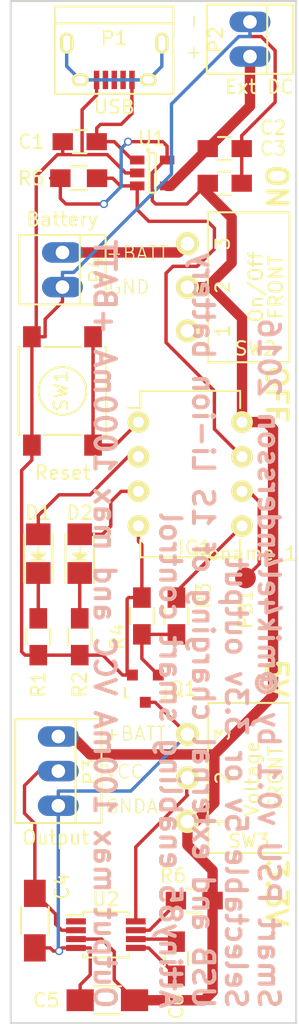
<source format=kicad_pcb>
(kicad_pcb (version 20171130) (host pcbnew "(5.1.12)-1")

  (general
    (thickness 1.6)
    (drawings 16)
    (tracks 201)
    (zones 0)
    (modules 26)
    (nets 22)
  )

  (page A4)
  (layers
    (0 F.Cu signal)
    (31 B.Cu signal)
    (32 B.Adhes user hide)
    (33 F.Adhes user hide)
    (34 B.Paste user)
    (35 F.Paste user)
    (36 B.SilkS user)
    (37 F.SilkS user)
    (38 B.Mask user)
    (39 F.Mask user)
    (40 Dwgs.User user)
    (41 Cmts.User user)
    (42 Eco1.User user)
    (43 Eco2.User user)
    (44 Edge.Cuts user)
    (45 Margin user)
    (46 B.CrtYd user)
    (47 F.CrtYd user)
    (48 B.Fab user)
    (49 F.Fab user)
  )

  (setup
    (last_trace_width 0.25)
    (user_trace_width 0.762)
    (trace_clearance 0.2)
    (zone_clearance 0.508)
    (zone_45_only no)
    (trace_min 0.2)
    (via_size 0.6)
    (via_drill 0.4)
    (via_min_size 0.4)
    (via_min_drill 0.3)
    (uvia_size 0.3)
    (uvia_drill 0.1)
    (uvias_allowed no)
    (uvia_min_size 0.2)
    (uvia_min_drill 0.1)
    (edge_width 0.15)
    (segment_width 0.2)
    (pcb_text_width 0.3)
    (pcb_text_size 1.5 1.5)
    (mod_edge_width 0.15)
    (mod_text_size 1 1)
    (mod_text_width 0.15)
    (pad_size 0.8001 0.8001)
    (pad_drill 0)
    (pad_to_mask_clearance 0.0762)
    (aux_axis_origin 0 0)
    (grid_origin 92 131)
    (visible_elements 7FFFFFFF)
    (pcbplotparams
      (layerselection 0x010f0_80000001)
      (usegerberextensions true)
      (usegerberattributes true)
      (usegerberadvancedattributes true)
      (creategerberjobfile true)
      (excludeedgelayer true)
      (linewidth 0.100000)
      (plotframeref false)
      (viasonmask false)
      (mode 1)
      (useauxorigin false)
      (hpglpennumber 1)
      (hpglpenspeed 20)
      (hpglpendiameter 15.000000)
      (psnegative false)
      (psa4output false)
      (plotreference true)
      (plotvalue true)
      (plotinvisibletext false)
      (padsonsilk false)
      (subtractmaskfromsilk true)
      (outputformat 1)
      (mirror false)
      (drillshape 0)
      (scaleselection 1)
      (outputdirectory "export/"))
  )

  (net 0 "")
  (net 1 GND)
  (net 2 "Net-(C1-Pad2)")
  (net 3 "Net-(C2-Pad1)")
  (net 4 VCC)
  (net 5 GNDA)
  (net 6 "Net-(C6-Pad1)")
  (net 7 "Net-(C6-Pad2)")
  (net 8 "Net-(D1-Pad2)")
  (net 9 "Net-(D1-Pad1)")
  (net 10 "Net-(D2-Pad2)")
  (net 11 "Net-(D2-Pad1)")
  (net 12 "Net-(IC1-Pad1)")
  (net 13 "Net-(IC1-Pad5)")
  (net 14 "Net-(IC1-Pad6)")
  (net 15 "Net-(IC1-Pad7)")
  (net 16 "Net-(P1-Pad6)")
  (net 17 "Net-(Q1-Pad2)")
  (net 18 "Net-(R6-Pad1)")
  (net 19 "Net-(SW3-Pad2)")
  (net 20 +BATT)
  (net 21 "Net-(P4-Pad1)")

  (net_class Default "This is the default net class."
    (clearance 0.2)
    (trace_width 0.25)
    (via_dia 0.6)
    (via_drill 0.4)
    (uvia_dia 0.3)
    (uvia_drill 0.1)
    (add_net +BATT)
    (add_net GND)
    (add_net GNDA)
    (add_net "Net-(C1-Pad2)")
    (add_net "Net-(C2-Pad1)")
    (add_net "Net-(C6-Pad1)")
    (add_net "Net-(C6-Pad2)")
    (add_net "Net-(D1-Pad1)")
    (add_net "Net-(D1-Pad2)")
    (add_net "Net-(D2-Pad1)")
    (add_net "Net-(D2-Pad2)")
    (add_net "Net-(IC1-Pad1)")
    (add_net "Net-(IC1-Pad5)")
    (add_net "Net-(IC1-Pad6)")
    (add_net "Net-(IC1-Pad7)")
    (add_net "Net-(P1-Pad6)")
    (add_net "Net-(P4-Pad1)")
    (add_net "Net-(Q1-Pad2)")
    (add_net "Net-(R6-Pad1)")
    (add_net "Net-(SW3-Pad2)")
    (add_net VCC)
  )

  (module Capacitors_SMD:C_0805_HandSoldering (layer F.Cu) (tedit 569F50CF) (tstamp 569E48D6)
    (at 65.076 24.32)
    (descr "Capacitor SMD 0805, hand soldering")
    (tags "capacitor 0805")
    (path /569BA550)
    (attr smd)
    (fp_text reference C1 (at -3.556 0) (layer F.SilkS)
      (effects (font (size 1 1) (thickness 0.15)))
    )
    (fp_text value "" (at 0 2.1) (layer F.Fab)
      (effects (font (size 1 1) (thickness 0.15)))
    )
    (fp_line (start -0.5 0.85) (end 0.5 0.85) (layer F.SilkS) (width 0.15))
    (fp_line (start 0.5 -0.85) (end -0.5 -0.85) (layer F.SilkS) (width 0.15))
    (fp_line (start 2.3 -1) (end 2.3 1) (layer F.CrtYd) (width 0.05))
    (fp_line (start -2.3 -1) (end -2.3 1) (layer F.CrtYd) (width 0.05))
    (fp_line (start -2.3 1) (end 2.3 1) (layer F.CrtYd) (width 0.05))
    (fp_line (start -2.3 -1) (end 2.3 -1) (layer F.CrtYd) (width 0.05))
    (pad 1 smd rect (at -1.25 0) (size 1.5 1.25) (layers F.Cu F.Paste F.Mask)
      (net 1 GND))
    (pad 2 smd rect (at 1.25 0) (size 1.5 1.25) (layers F.Cu F.Paste F.Mask)
      (net 2 "Net-(C1-Pad2)"))
    (model Capacitors_SMD.3dshapes/C_0805_HandSoldering.wrl
      (at (xyz 0 0 0))
      (scale (xyz 1 1 1))
      (rotate (xyz 0 0 0))
    )
  )

  (module Capacitors_SMD:C_0805_HandSoldering (layer F.Cu) (tedit 56A09B7E) (tstamp 569E48DC)
    (at 75.744 24.828)
    (descr "Capacitor SMD 0805, hand soldering")
    (tags "capacitor 0805")
    (path /569BA552)
    (attr smd)
    (fp_text reference C2 (at 3.556 -1.524) (layer F.SilkS)
      (effects (font (size 1 1) (thickness 0.15)))
    )
    (fp_text value "" (at 0 3) (layer F.Fab)
      (effects (font (size 1 1) (thickness 0.15)))
    )
    (fp_line (start -0.5 0.85) (end 0.5 0.85) (layer F.SilkS) (width 0.15))
    (fp_line (start 0.5 -0.85) (end -0.5 -0.85) (layer F.SilkS) (width 0.15))
    (fp_line (start 2.3 -1) (end 2.3 1) (layer F.CrtYd) (width 0.05))
    (fp_line (start -2.3 -1) (end -2.3 1) (layer F.CrtYd) (width 0.05))
    (fp_line (start -2.3 1) (end 2.3 1) (layer F.CrtYd) (width 0.05))
    (fp_line (start -2.3 -1) (end 2.3 -1) (layer F.CrtYd) (width 0.05))
    (pad 1 smd rect (at -1.25 0) (size 1.5 1.25) (layers F.Cu F.Paste F.Mask)
      (net 3 "Net-(C2-Pad1)"))
    (pad 2 smd rect (at 1.25 0) (size 1.5 1.25) (layers F.Cu F.Paste F.Mask)
      (net 1 GND))
    (model Capacitors_SMD.3dshapes/C_0805_HandSoldering.wrl
      (at (xyz 0 0 0))
      (scale (xyz 1 1 1))
      (rotate (xyz 0 0 0))
    )
  )

  (module Capacitors_SMD:C_0805_HandSoldering (layer F.Cu) (tedit 56A09BC4) (tstamp 569E48E2)
    (at 75.744 27.368)
    (descr "Capacitor SMD 0805, hand soldering")
    (tags "capacitor 0805")
    (path /569BA551)
    (attr smd)
    (fp_text reference C3 (at 3.556 -2.54) (layer F.SilkS)
      (effects (font (size 1 1) (thickness 0.15)))
    )
    (fp_text value "" (at -2 -2) (layer F.Fab)
      (effects (font (size 1 1) (thickness 0.15)))
    )
    (fp_line (start -0.5 0.85) (end 0.5 0.85) (layer F.SilkS) (width 0.15))
    (fp_line (start 0.5 -0.85) (end -0.5 -0.85) (layer F.SilkS) (width 0.15))
    (fp_line (start 2.3 -1) (end 2.3 1) (layer F.CrtYd) (width 0.05))
    (fp_line (start -2.3 -1) (end -2.3 1) (layer F.CrtYd) (width 0.05))
    (fp_line (start -2.3 1) (end 2.3 1) (layer F.CrtYd) (width 0.05))
    (fp_line (start -2.3 -1) (end 2.3 -1) (layer F.CrtYd) (width 0.05))
    (pad 1 smd rect (at -1.25 0) (size 1.5 1.25) (layers F.Cu F.Paste F.Mask)
      (net 20 +BATT))
    (pad 2 smd rect (at 1.25 0) (size 1.5 1.25) (layers F.Cu F.Paste F.Mask)
      (net 1 GND))
    (model Capacitors_SMD.3dshapes/C_0805_HandSoldering.wrl
      (at (xyz 0 0 0))
      (scale (xyz 1 1 1))
      (rotate (xyz 0 0 0))
    )
  )

  (module Capacitors_SMD:C_1206_HandSoldering (layer F.Cu) (tedit 569F4F63) (tstamp 569E48E8)
    (at 61.774 81.47 270)
    (descr "Capacitor SMD 1206, hand soldering")
    (tags "capacitor 1206")
    (path /569BAA4E)
    (attr smd)
    (fp_text reference C4 (at -2.5 -2 270) (layer F.SilkS)
      (effects (font (size 1 1) (thickness 0.15)))
    )
    (fp_text value "" (at 0 2.3 270) (layer F.Fab)
      (effects (font (size 1 1) (thickness 0.15)))
    )
    (fp_line (start -1 1.025) (end 1 1.025) (layer F.SilkS) (width 0.15))
    (fp_line (start 1 -1.025) (end -1 -1.025) (layer F.SilkS) (width 0.15))
    (fp_line (start 3.3 -1.15) (end 3.3 1.15) (layer F.CrtYd) (width 0.05))
    (fp_line (start -3.3 -1.15) (end -3.3 1.15) (layer F.CrtYd) (width 0.05))
    (fp_line (start -3.3 1.15) (end 3.3 1.15) (layer F.CrtYd) (width 0.05))
    (fp_line (start -3.3 -1.15) (end 3.3 -1.15) (layer F.CrtYd) (width 0.05))
    (pad 1 smd rect (at -2 0 270) (size 2 1.6) (layers F.Cu F.Paste F.Mask)
      (net 4 VCC))
    (pad 2 smd rect (at 2 0 270) (size 2 1.6) (layers F.Cu F.Paste F.Mask)
      (net 5 GNDA))
    (model Capacitors_SMD.3dshapes/C_1206_HandSoldering.wrl
      (at (xyz 0 0 0))
      (scale (xyz 1 1 1))
      (rotate (xyz 0 0 0))
    )
  )

  (module Capacitors_SMD:C_1206_HandSoldering (layer F.Cu) (tedit 569F4F35) (tstamp 569E48EE)
    (at 67.108 87.312 180)
    (descr "Capacitor SMD 1206, hand soldering")
    (tags "capacitor 1206")
    (path /569BAA48)
    (attr smd)
    (fp_text reference C5 (at 4.5 0 180) (layer F.SilkS)
      (effects (font (size 1 1) (thickness 0.15)))
    )
    (fp_text value "" (at 6 0 180) (layer F.Fab)
      (effects (font (size 1 1) (thickness 0.15)))
    )
    (fp_line (start -1 1.025) (end 1 1.025) (layer F.SilkS) (width 0.15))
    (fp_line (start 1 -1.025) (end -1 -1.025) (layer F.SilkS) (width 0.15))
    (fp_line (start 3.3 -1.15) (end 3.3 1.15) (layer F.CrtYd) (width 0.05))
    (fp_line (start -3.3 -1.15) (end -3.3 1.15) (layer F.CrtYd) (width 0.05))
    (fp_line (start -3.3 1.15) (end 3.3 1.15) (layer F.CrtYd) (width 0.05))
    (fp_line (start -3.3 -1.15) (end 3.3 -1.15) (layer F.CrtYd) (width 0.05))
    (pad 1 smd rect (at -2 0 180) (size 2 1.6) (layers F.Cu F.Paste F.Mask)
      (net 20 +BATT))
    (pad 2 smd rect (at 2 0 180) (size 2 1.6) (layers F.Cu F.Paste F.Mask)
      (net 5 GNDA))
    (model Capacitors_SMD.3dshapes/C_1206_HandSoldering.wrl
      (at (xyz 0 0 0))
      (scale (xyz 1 1 1))
      (rotate (xyz 0 0 0))
    )
  )

  (module Capacitors_SMD:C_0805_HandSoldering (layer F.Cu) (tedit 569F4F55) (tstamp 569E48F4)
    (at 72.188 84.264 270)
    (descr "Capacitor SMD 0805, hand soldering")
    (tags "capacitor 0805")
    (path /569BAA4A)
    (attr smd)
    (fp_text reference C6 (at 3.5 0 270) (layer F.SilkS)
      (effects (font (size 1 1) (thickness 0.15)))
    )
    (fp_text value "" (at 4 0 270) (layer F.Fab)
      (effects (font (size 1 1) (thickness 0.15)))
    )
    (fp_line (start -0.5 0.85) (end 0.5 0.85) (layer F.SilkS) (width 0.15))
    (fp_line (start 0.5 -0.85) (end -0.5 -0.85) (layer F.SilkS) (width 0.15))
    (fp_line (start 2.3 -1) (end 2.3 1) (layer F.CrtYd) (width 0.05))
    (fp_line (start -2.3 -1) (end -2.3 1) (layer F.CrtYd) (width 0.05))
    (fp_line (start -2.3 1) (end 2.3 1) (layer F.CrtYd) (width 0.05))
    (fp_line (start -2.3 -1) (end 2.3 -1) (layer F.CrtYd) (width 0.05))
    (pad 1 smd rect (at -1.25 0 270) (size 1.5 1.25) (layers F.Cu F.Paste F.Mask)
      (net 6 "Net-(C6-Pad1)"))
    (pad 2 smd rect (at 1.25 0 270) (size 1.5 1.25) (layers F.Cu F.Paste F.Mask)
      (net 7 "Net-(C6-Pad2)"))
    (model Capacitors_SMD.3dshapes/C_0805_HandSoldering.wrl
      (at (xyz 0 0 0))
      (scale (xyz 1 1 1))
      (rotate (xyz 0 0 0))
    )
  )

  (module LEDs:LED_1206 (layer F.Cu) (tedit 569F4C13) (tstamp 569E48FA)
    (at 62.028 54.546 90)
    (descr "LED 1206 smd package")
    (tags "LED1206 SMD")
    (path /569BAC6B)
    (attr smd)
    (fp_text reference D1 (at 3 0 180) (layer F.SilkS)
      (effects (font (size 1 1) (thickness 0.15)))
    )
    (fp_text value "" (at 0 2 90) (layer F.Fab)
      (effects (font (size 1 1) (thickness 0.15)))
    )
    (fp_line (start 2.5 1.25) (end 2.5 -1.25) (layer F.CrtYd) (width 0.05))
    (fp_line (start -2.5 1.25) (end 2.5 1.25) (layer F.CrtYd) (width 0.05))
    (fp_line (start -2.5 -1.25) (end -2.5 1.25) (layer F.CrtYd) (width 0.05))
    (fp_line (start 2.5 -1.25) (end -2.5 -1.25) (layer F.CrtYd) (width 0.05))
    (fp_line (start 0 0.5) (end -0.5 0) (layer F.SilkS) (width 0.15))
    (fp_line (start 0 -0.5) (end 0 0.5) (layer F.SilkS) (width 0.15))
    (fp_line (start -0.5 0) (end 0 -0.5) (layer F.SilkS) (width 0.15))
    (fp_line (start 0 0) (end 0.5 0) (layer F.SilkS) (width 0.15))
    (fp_line (start -0.5 -0.5) (end -0.5 0.5) (layer F.SilkS) (width 0.15))
    (fp_line (start -0.2 0.05) (end -0.25 0) (layer F.SilkS) (width 0.15))
    (fp_line (start -0.2 -0.2) (end -0.2 0.05) (layer F.SilkS) (width 0.15))
    (fp_line (start -0.4 0) (end -0.2 -0.2) (layer F.SilkS) (width 0.15))
    (fp_line (start -0.1 0.3) (end -0.4 0) (layer F.SilkS) (width 0.15))
    (fp_line (start -0.1 -0.3) (end -0.1 0.3) (layer F.SilkS) (width 0.15))
    (fp_line (start -2.15 -1.05) (end 1.45 -1.05) (layer F.SilkS) (width 0.15))
    (fp_line (start -2.15 1.05) (end 1.45 1.05) (layer F.SilkS) (width 0.15))
    (pad 2 smd rect (at 1.41986 0 270) (size 1.59766 1.80086) (layers F.Cu F.Paste F.Mask)
      (net 8 "Net-(D1-Pad2)"))
    (pad 1 smd rect (at -1.41986 0 270) (size 1.59766 1.80086) (layers F.Cu F.Paste F.Mask)
      (net 9 "Net-(D1-Pad1)"))
    (model LEDs.3dshapes/LED_1206.wrl
      (at (xyz 0 0 0))
      (scale (xyz 1 1 1))
      (rotate (xyz 0 0 180))
    )
  )

  (module LEDs:LED_1206 (layer F.Cu) (tedit 569F4C0E) (tstamp 0)
    (at 65.076 54.546 90)
    (descr "LED 1206 smd package")
    (tags "LED1206 SMD")
    (path /569BAC6C)
    (attr smd)
    (fp_text reference D2 (at 3 0 180) (layer F.SilkS)
      (effects (font (size 1 1) (thickness 0.15)))
    )
    (fp_text value "" (at 0 2 90) (layer F.Fab)
      (effects (font (size 1 1) (thickness 0.15)))
    )
    (fp_line (start 2.5 1.25) (end 2.5 -1.25) (layer F.CrtYd) (width 0.05))
    (fp_line (start -2.5 1.25) (end 2.5 1.25) (layer F.CrtYd) (width 0.05))
    (fp_line (start -2.5 -1.25) (end -2.5 1.25) (layer F.CrtYd) (width 0.05))
    (fp_line (start 2.5 -1.25) (end -2.5 -1.25) (layer F.CrtYd) (width 0.05))
    (fp_line (start 0 0.5) (end -0.5 0) (layer F.SilkS) (width 0.15))
    (fp_line (start 0 -0.5) (end 0 0.5) (layer F.SilkS) (width 0.15))
    (fp_line (start -0.5 0) (end 0 -0.5) (layer F.SilkS) (width 0.15))
    (fp_line (start 0 0) (end 0.5 0) (layer F.SilkS) (width 0.15))
    (fp_line (start -0.5 -0.5) (end -0.5 0.5) (layer F.SilkS) (width 0.15))
    (fp_line (start -0.2 0.05) (end -0.25 0) (layer F.SilkS) (width 0.15))
    (fp_line (start -0.2 -0.2) (end -0.2 0.05) (layer F.SilkS) (width 0.15))
    (fp_line (start -0.4 0) (end -0.2 -0.2) (layer F.SilkS) (width 0.15))
    (fp_line (start -0.1 0.3) (end -0.4 0) (layer F.SilkS) (width 0.15))
    (fp_line (start -0.1 -0.3) (end -0.1 0.3) (layer F.SilkS) (width 0.15))
    (fp_line (start -2.15 -1.05) (end 1.45 -1.05) (layer F.SilkS) (width 0.15))
    (fp_line (start -2.15 1.05) (end 1.45 1.05) (layer F.SilkS) (width 0.15))
    (pad 2 smd rect (at 1.41986 0 270) (size 1.59766 1.80086) (layers F.Cu F.Paste F.Mask)
      (net 10 "Net-(D2-Pad2)"))
    (pad 1 smd rect (at -1.41986 0 270) (size 1.59766 1.80086) (layers F.Cu F.Paste F.Mask)
      (net 11 "Net-(D2-Pad1)"))
    (model LEDs.3dshapes/LED_1206.wrl
      (at (xyz 0 0 0))
      (scale (xyz 1 1 1))
      (rotate (xyz 0 0 180))
    )
  )

  (module Housings_DIP:DIP-8_W7.62mm (layer F.Cu) (tedit 56A09D68) (tstamp 569E490C)
    (at 69.394 44.894)
    (descr "8-lead dip package, row spacing 7.62 mm (300 mils)")
    (tags "dil dip 2.54 300")
    (path /569BAC68)
    (fp_text reference IC1 (at 4.132619 9.215) (layer F.SilkS)
      (effects (font (size 1 1) (thickness 0.15)))
    )
    (fp_text value "" (at 4.132619 3.215 90) (layer F.Fab)
      (effects (font (size 1 1) (thickness 0.15)))
    )
    (fp_line (start 0.135 -1.025) (end -0.8 -1.025) (layer F.SilkS) (width 0.15))
    (fp_line (start 0.135 9.915) (end 7.485 9.915) (layer F.SilkS) (width 0.15))
    (fp_line (start 0.135 -2.295) (end 7.485 -2.295) (layer F.SilkS) (width 0.15))
    (fp_line (start 0.135 9.915) (end 0.135 8.645) (layer F.SilkS) (width 0.15))
    (fp_line (start 7.485 9.915) (end 7.485 8.645) (layer F.SilkS) (width 0.15))
    (fp_line (start 7.485 -2.295) (end 7.485 -1.025) (layer F.SilkS) (width 0.15))
    (fp_line (start 0.135 -2.295) (end 0.135 -1.025) (layer F.SilkS) (width 0.15))
    (fp_line (start -1.05 10.1) (end 8.65 10.1) (layer F.CrtYd) (width 0.05))
    (fp_line (start -1.05 -2.45) (end 8.65 -2.45) (layer F.CrtYd) (width 0.05))
    (fp_line (start 8.65 -2.45) (end 8.65 10.1) (layer F.CrtYd) (width 0.05))
    (fp_line (start -1.05 -2.45) (end -1.05 10.1) (layer F.CrtYd) (width 0.05))
    (pad 1 thru_hole oval (at 0 0) (size 1.6 1.6) (drill 0.8) (layers *.Cu *.Mask F.SilkS)
      (net 12 "Net-(IC1-Pad1)"))
    (pad 2 thru_hole oval (at 0 2.54) (size 1.6 1.6) (drill 0.8) (layers *.Cu *.Mask F.SilkS)
      (net 8 "Net-(D1-Pad2)"))
    (pad 3 thru_hole oval (at 0 5.08) (size 1.6 1.6) (drill 0.8) (layers *.Cu *.Mask F.SilkS)
      (net 10 "Net-(D2-Pad2)"))
    (pad 4 thru_hole oval (at 0 7.62) (size 1.6 1.6) (drill 0.8) (layers *.Cu *.Mask F.SilkS)
      (net 1 GND))
    (pad 5 thru_hole oval (at 7.62 7.62) (size 1.6 1.6) (drill 0.8) (layers *.Cu *.Mask F.SilkS)
      (net 13 "Net-(IC1-Pad5)"))
    (pad 6 thru_hole oval (at 7.62 5.08) (size 1.6 1.6) (drill 0.8) (layers *.Cu *.Mask F.SilkS)
      (net 14 "Net-(IC1-Pad6)"))
    (pad 7 thru_hole oval (at 7.62 2.54) (size 1.6 1.6) (drill 0.8) (layers *.Cu *.Mask F.SilkS)
      (net 15 "Net-(IC1-Pad7)"))
    (pad 8 thru_hole oval (at 7.62 0) (size 1.6 1.6) (drill 0.8) (layers *.Cu *.Mask F.SilkS)
      (net 20 +BATT))
    (model Housings_DIP.3dshapes/DIP-8_W7.62mm.wrl
      (at (xyz 0 0 0))
      (scale (xyz 1 1 1))
      (rotate (xyz 0 0 0))
    )
  )

  (module Connect:USB_Micro-B (layer F.Cu) (tedit 56A09D29) (tstamp 0)
    (at 67.616 18.224 180)
    (descr "Micro USB Type B Receptacle")
    (tags "USB USB_B USB_micro USB_OTG")
    (path /569BE3F7)
    (attr smd)
    (fp_text reference P1 (at 0 1.5 180) (layer F.SilkS)
      (effects (font (size 1 1) (thickness 0.15)))
    )
    (fp_text value USB (at 0 -3.556 180) (layer F.SilkS)
      (effects (font (size 1 1) (thickness 0.15)))
    )
    (fp_line (start -4.3509 3.81746) (end -4.3509 -2.58754) (layer F.SilkS) (width 0.15))
    (fp_line (start 4.3491 2.58746) (end -4.3509 2.58746) (layer F.SilkS) (width 0.15))
    (fp_line (start 4.3491 -2.58754) (end 4.3491 3.81746) (layer F.SilkS) (width 0.15))
    (fp_line (start -4.3509 -2.58754) (end 4.3491 -2.58754) (layer F.SilkS) (width 0.15))
    (fp_line (start -4.3509 3.81746) (end 4.3491 3.81746) (layer F.SilkS) (width 0.15))
    (fp_line (start -4.6 4.05) (end -4.6 -2.8) (layer F.CrtYd) (width 0.05))
    (fp_line (start 4.6 4.05) (end -4.6 4.05) (layer F.CrtYd) (width 0.05))
    (fp_line (start 4.6 -2.8) (end 4.6 4.05) (layer F.CrtYd) (width 0.05))
    (fp_line (start -4.6 -2.8) (end 4.6 -2.8) (layer F.CrtYd) (width 0.05))
    (pad 1 smd rect (at -1.3009 -1.56254 270) (size 1.35 0.4) (layers F.Cu F.Paste F.Mask)
      (net 2 "Net-(C1-Pad2)"))
    (pad 2 smd rect (at -0.6509 -1.56254 270) (size 1.35 0.4) (layers F.Cu F.Paste F.Mask))
    (pad 3 smd rect (at -0.0009 -1.56254 270) (size 1.35 0.4) (layers F.Cu F.Paste F.Mask))
    (pad 4 smd rect (at 0.6491 -1.56254 270) (size 1.35 0.4) (layers F.Cu F.Paste F.Mask))
    (pad 5 smd rect (at 1.2991 -1.56254 270) (size 1.35 0.4) (layers F.Cu F.Paste F.Mask)
      (net 1 GND))
    (pad 6 thru_hole oval (at -2.5009 -1.56254 270) (size 0.95 1.25) (drill oval 0.55 0.85) (layers *.Cu *.Mask F.SilkS)
      (net 16 "Net-(P1-Pad6)"))
    (pad 6 thru_hole oval (at 2.4991 -1.56254 270) (size 0.95 1.25) (drill oval 0.55 0.85) (layers *.Cu *.Mask F.SilkS)
      (net 16 "Net-(P1-Pad6)"))
    (pad 6 thru_hole oval (at -3.5009 1.13746 270) (size 1.55 1) (drill oval 1.15 0.5) (layers *.Cu *.Mask F.SilkS)
      (net 16 "Net-(P1-Pad6)"))
    (pad 6 thru_hole oval (at 3.4991 1.13746 270) (size 1.55 1) (drill oval 1.15 0.5) (layers *.Cu *.Mask F.SilkS)
      (net 16 "Net-(P1-Pad6)"))
  )

  (module Connect:PINHEAD1-2 (layer F.Cu) (tedit 56A0AAF9) (tstamp 569E491F)
    (at 77.6 16.8 270)
    (path /569BE366)
    (attr virtual)
    (fp_text reference P2 (at 0.03 2.502 90) (layer F.SilkS)
      (effects (font (size 1 1) (thickness 0.15)))
    )
    (fp_text value "Ext DC" (at 3.5 -0.7 180) (layer F.SilkS)
      (effects (font (size 1 1) (thickness 0.15)))
    )
    (fp_line (start 2.54 -3.175) (end 2.54 3.175) (layer F.SilkS) (width 0.15))
    (fp_line (start -2.54 -3.175) (end -2.54 3.175) (layer F.SilkS) (width 0.15))
    (fp_line (start -2.54 -3.175) (end 2.54 -3.175) (layer F.SilkS) (width 0.15))
    (fp_line (start 2.54 3.175) (end -2.54 3.175) (layer F.SilkS) (width 0.15))
    (fp_line (start 2.54 -1.27) (end -2.54 -1.27) (layer F.SilkS) (width 0.15))
    (pad 1 thru_hole oval (at -1.27 0 270) (size 1.50622 3.01498) (drill 0.99822) (layers *.Cu *.Mask)
      (net 1 GND))
    (pad 2 thru_hole oval (at 1.27 0 270) (size 1.50622 3.01498) (drill 0.99822) (layers *.Cu *.Mask)
      (net 3 "Net-(C2-Pad1)"))
  )

  (module Connect:PINHEAD1-2 (layer F.Cu) (tedit 56A0AA7A) (tstamp 569E492B)
    (at 63.806 33.718 270)
    (path /569E11A8)
    (attr virtual)
    (fp_text reference P4 (at 0 -2.5 270) (layer F.SilkS)
      (effects (font (size 1 1) (thickness 0.15)))
    )
    (fp_text value Battery (at -3.698 0.016) (layer F.SilkS)
      (effects (font (size 1 1) (thickness 0.15)))
    )
    (fp_line (start 2.54 -3.175) (end 2.54 3.175) (layer F.SilkS) (width 0.15))
    (fp_line (start -2.54 -3.175) (end -2.54 3.175) (layer F.SilkS) (width 0.15))
    (fp_line (start -2.54 -3.175) (end 2.54 -3.175) (layer F.SilkS) (width 0.15))
    (fp_line (start 2.54 3.175) (end -2.54 3.175) (layer F.SilkS) (width 0.15))
    (fp_line (start 2.54 -1.27) (end -2.54 -1.27) (layer F.SilkS) (width 0.15))
    (pad 1 thru_hole oval (at -1.27 0 270) (size 1.50622 3.01498) (drill 0.99822) (layers *.Cu *.Mask)
      (net 21 "Net-(P4-Pad1)"))
    (pad 2 thru_hole oval (at 1.27 0 270) (size 1.50622 3.01498) (drill 0.99822) (layers *.Cu *.Mask)
      (net 1 GND))
  )

  (module TO_SOT_Packages_SMD:SOT-23 (layer F.Cu) (tedit 56A0A3D6) (tstamp 0)
    (at 69.902 64.452 180)
    (descr "SOT-23, Standard")
    (tags SOT-23)
    (path /569BAC73)
    (attr smd)
    (fp_text reference Q1 (at -2.794 0 180) (layer F.SilkS)
      (effects (font (size 1 1) (thickness 0.15)))
    )
    (fp_text value "" (at 0 2.3 180) (layer F.Fab)
      (effects (font (size 1 1) (thickness 0.15)))
    )
    (fp_line (start 1.49982 -0.65024) (end 1.49982 0.0508) (layer F.SilkS) (width 0.15))
    (fp_line (start 1.29916 -0.65024) (end 1.49982 -0.65024) (layer F.SilkS) (width 0.15))
    (fp_line (start -1.49982 -0.65024) (end -1.2509 -0.65024) (layer F.SilkS) (width 0.15))
    (fp_line (start -1.49982 0.0508) (end -1.49982 -0.65024) (layer F.SilkS) (width 0.15))
    (fp_line (start 1.29916 -0.65024) (end 1.2509 -0.65024) (layer F.SilkS) (width 0.15))
    (fp_line (start -1.65 1.6) (end -1.65 -1.6) (layer F.CrtYd) (width 0.05))
    (fp_line (start 1.65 1.6) (end -1.65 1.6) (layer F.CrtYd) (width 0.05))
    (fp_line (start 1.65 -1.6) (end 1.65 1.6) (layer F.CrtYd) (width 0.05))
    (fp_line (start -1.65 -1.6) (end 1.65 -1.6) (layer F.CrtYd) (width 0.05))
    (pad 2 smd rect (at -0.95 1.00076 180) (size 0.8001 0.8001) (layers F.Cu F.Paste F.Mask)
      (net 17 "Net-(Q1-Pad2)"))
    (pad 3 smd rect (at 0.95 1.00076 180) (size 0.8001 0.8001) (layers F.Cu F.Paste F.Mask)
      (net 1 GND))
    (pad 1 smd rect (at 0 -0.99822 180) (size 0.8001 0.8001) (layers F.Cu F.Paste F.Mask)
      (net 5 GNDA))
    (model TO_SOT_Packages_SMD.3dshapes/SOT-23.wrl
      (at (xyz 0 0 0))
      (scale (xyz 1 1 1))
      (rotate (xyz 0 0 0))
    )
  )

  (module Resistors_SMD:R_0805_HandSoldering (layer F.Cu) (tedit 569F5051) (tstamp 0)
    (at 62.028 60.642 270)
    (descr "Resistor SMD 0805, hand soldering")
    (tags "resistor 0805")
    (path /569BAC6D)
    (attr smd)
    (fp_text reference R1 (at 3.5 0 270) (layer F.SilkS)
      (effects (font (size 1 1) (thickness 0.15)))
    )
    (fp_text value "" (at 0 2.1 270) (layer F.Fab)
      (effects (font (size 1 1) (thickness 0.15)))
    )
    (fp_line (start -0.6 -0.875) (end 0.6 -0.875) (layer F.SilkS) (width 0.15))
    (fp_line (start 0.6 0.875) (end -0.6 0.875) (layer F.SilkS) (width 0.15))
    (fp_line (start 2.4 -1) (end 2.4 1) (layer F.CrtYd) (width 0.05))
    (fp_line (start -2.4 -1) (end -2.4 1) (layer F.CrtYd) (width 0.05))
    (fp_line (start -2.4 1) (end 2.4 1) (layer F.CrtYd) (width 0.05))
    (fp_line (start -2.4 -1) (end 2.4 -1) (layer F.CrtYd) (width 0.05))
    (pad 1 smd rect (at -1.35 0 270) (size 1.5 1.3) (layers F.Cu F.Paste F.Mask)
      (net 9 "Net-(D1-Pad1)"))
    (pad 2 smd rect (at 1.35 0 270) (size 1.5 1.3) (layers F.Cu F.Paste F.Mask)
      (net 1 GND))
    (model Resistors_SMD.3dshapes/R_0805_HandSoldering.wrl
      (at (xyz 0 0 0))
      (scale (xyz 1 1 1))
      (rotate (xyz 0 0 0))
    )
  )

  (module Resistors_SMD:R_0805_HandSoldering (layer F.Cu) (tedit 569F5054) (tstamp 569E493E)
    (at 65.076 60.642 270)
    (descr "Resistor SMD 0805, hand soldering")
    (tags "resistor 0805")
    (path /569BAC6E)
    (attr smd)
    (fp_text reference R2 (at 3.5 0 270) (layer F.SilkS)
      (effects (font (size 1 1) (thickness 0.15)))
    )
    (fp_text value "" (at 0 2.1 270) (layer F.Fab)
      (effects (font (size 1 1) (thickness 0.15)))
    )
    (fp_line (start -0.6 -0.875) (end 0.6 -0.875) (layer F.SilkS) (width 0.15))
    (fp_line (start 0.6 0.875) (end -0.6 0.875) (layer F.SilkS) (width 0.15))
    (fp_line (start 2.4 -1) (end 2.4 1) (layer F.CrtYd) (width 0.05))
    (fp_line (start -2.4 -1) (end -2.4 1) (layer F.CrtYd) (width 0.05))
    (fp_line (start -2.4 1) (end 2.4 1) (layer F.CrtYd) (width 0.05))
    (fp_line (start -2.4 -1) (end 2.4 -1) (layer F.CrtYd) (width 0.05))
    (pad 1 smd rect (at -1.35 0 270) (size 1.5 1.3) (layers F.Cu F.Paste F.Mask)
      (net 11 "Net-(D2-Pad1)"))
    (pad 2 smd rect (at 1.35 0 270) (size 1.5 1.3) (layers F.Cu F.Paste F.Mask)
      (net 1 GND))
    (model Resistors_SMD.3dshapes/R_0805_HandSoldering.wrl
      (at (xyz 0 0 0))
      (scale (xyz 1 1 1))
      (rotate (xyz 0 0 0))
    )
  )

  (module Resistors_SMD:R_0805_HandSoldering (layer F.Cu) (tedit 569F53B1) (tstamp 0)
    (at 72.188 59.118 90)
    (descr "Resistor SMD 0805, hand soldering")
    (tags "resistor 0805")
    (path /569BAC75)
    (attr smd)
    (fp_text reference R3 (at 1.5 2 90) (layer F.SilkS)
      (effects (font (size 1 1) (thickness 0.15)))
    )
    (fp_text value "" (at -1.5 2 90) (layer F.Fab)
      (effects (font (size 1 1) (thickness 0.15)))
    )
    (fp_line (start -0.6 -0.875) (end 0.6 -0.875) (layer F.SilkS) (width 0.15))
    (fp_line (start 0.6 0.875) (end -0.6 0.875) (layer F.SilkS) (width 0.15))
    (fp_line (start 2.4 -1) (end 2.4 1) (layer F.CrtYd) (width 0.05))
    (fp_line (start -2.4 -1) (end -2.4 1) (layer F.CrtYd) (width 0.05))
    (fp_line (start -2.4 1) (end 2.4 1) (layer F.CrtYd) (width 0.05))
    (fp_line (start -2.4 -1) (end 2.4 -1) (layer F.CrtYd) (width 0.05))
    (pad 1 smd rect (at -1.35 0 90) (size 1.5 1.3) (layers F.Cu F.Paste F.Mask)
      (net 17 "Net-(Q1-Pad2)"))
    (pad 2 smd rect (at 1.35 0 90) (size 1.5 1.3) (layers F.Cu F.Paste F.Mask)
      (net 13 "Net-(IC1-Pad5)"))
    (model Resistors_SMD.3dshapes/R_0805_HandSoldering.wrl
      (at (xyz 0 0 0))
      (scale (xyz 1 1 1))
      (rotate (xyz 0 0 0))
    )
  )

  (module Resistors_SMD:R_0805_HandSoldering (layer F.Cu) (tedit 569F5400) (tstamp 569E494A)
    (at 69.648 59.118 90)
    (descr "Resistor SMD 0805, hand soldering")
    (tags "resistor 0805")
    (path /569BAC76)
    (attr smd)
    (fp_text reference R4 (at -1.524 -1.778 90) (layer F.SilkS)
      (effects (font (size 1 1) (thickness 0.15)))
    )
    (fp_text value "" (at 1.5 -2 90) (layer F.Fab)
      (effects (font (size 1 1) (thickness 0.15)))
    )
    (fp_line (start -0.6 -0.875) (end 0.6 -0.875) (layer F.SilkS) (width 0.15))
    (fp_line (start 0.6 0.875) (end -0.6 0.875) (layer F.SilkS) (width 0.15))
    (fp_line (start 2.4 -1) (end 2.4 1) (layer F.CrtYd) (width 0.05))
    (fp_line (start -2.4 -1) (end -2.4 1) (layer F.CrtYd) (width 0.05))
    (fp_line (start -2.4 1) (end 2.4 1) (layer F.CrtYd) (width 0.05))
    (fp_line (start -2.4 -1) (end 2.4 -1) (layer F.CrtYd) (width 0.05))
    (pad 1 smd rect (at -1.35 0 90) (size 1.5 1.3) (layers F.Cu F.Paste F.Mask)
      (net 17 "Net-(Q1-Pad2)"))
    (pad 2 smd rect (at 1.35 0 90) (size 1.5 1.3) (layers F.Cu F.Paste F.Mask)
      (net 1 GND))
    (model Resistors_SMD.3dshapes/R_0805_HandSoldering.wrl
      (at (xyz 0 0 0))
      (scale (xyz 1 1 1))
      (rotate (xyz 0 0 0))
    )
  )

  (module Resistors_SMD:R_0805_HandSoldering (layer F.Cu) (tedit 569F4D3B) (tstamp 0)
    (at 65 27 180)
    (descr "Resistor SMD 0805, hand soldering")
    (tags "resistor 0805")
    (path /569BA54F)
    (attr smd)
    (fp_text reference R5 (at 3.5 0 180) (layer F.SilkS)
      (effects (font (size 1 1) (thickness 0.15)))
    )
    (fp_text value "" (at 0 2.1 180) (layer F.Fab)
      (effects (font (size 1 1) (thickness 0.15)))
    )
    (fp_line (start -0.6 -0.875) (end 0.6 -0.875) (layer F.SilkS) (width 0.15))
    (fp_line (start 0.6 0.875) (end -0.6 0.875) (layer F.SilkS) (width 0.15))
    (fp_line (start 2.4 -1) (end 2.4 1) (layer F.CrtYd) (width 0.05))
    (fp_line (start -2.4 -1) (end -2.4 1) (layer F.CrtYd) (width 0.05))
    (fp_line (start -2.4 1) (end 2.4 1) (layer F.CrtYd) (width 0.05))
    (fp_line (start -2.4 -1) (end 2.4 -1) (layer F.CrtYd) (width 0.05))
    (pad 1 smd rect (at -1.35 0 180) (size 1.5 1.3) (layers F.Cu F.Paste F.Mask)
      (net 15 "Net-(IC1-Pad7)"))
    (pad 2 smd rect (at 1.35 0 180) (size 1.5 1.3) (layers F.Cu F.Paste F.Mask)
      (net 20 +BATT))
    (model Resistors_SMD.3dshapes/R_0805_HandSoldering.wrl
      (at (xyz 0 0 0))
      (scale (xyz 1 1 1))
      (rotate (xyz 0 0 0))
    )
  )

  (module Resistors_SMD:R_0805_HandSoldering (layer F.Cu) (tedit 56A09A53) (tstamp 0)
    (at 73.5 80)
    (descr "Resistor SMD 0805, hand soldering")
    (tags "resistor 0805")
    (path /569BAA51)
    (attr smd)
    (fp_text reference R6 (at -1.566 -1.832) (layer F.SilkS)
      (effects (font (size 1 1) (thickness 0.15)))
    )
    (fp_text value "" (at 0 2.1) (layer F.Fab)
      (effects (font (size 1 1) (thickness 0.15)))
    )
    (fp_line (start -0.6 -0.875) (end 0.6 -0.875) (layer F.SilkS) (width 0.15))
    (fp_line (start 0.6 0.875) (end -0.6 0.875) (layer F.SilkS) (width 0.15))
    (fp_line (start 2.4 -1) (end 2.4 1) (layer F.CrtYd) (width 0.05))
    (fp_line (start -2.4 -1) (end -2.4 1) (layer F.CrtYd) (width 0.05))
    (fp_line (start -2.4 1) (end 2.4 1) (layer F.CrtYd) (width 0.05))
    (fp_line (start -2.4 -1) (end 2.4 -1) (layer F.CrtYd) (width 0.05))
    (pad 1 smd rect (at -1.35 0) (size 1.5 1.3) (layers F.Cu F.Paste F.Mask)
      (net 18 "Net-(R6-Pad1)"))
    (pad 2 smd rect (at 1.35 0) (size 1.5 1.3) (layers F.Cu F.Paste F.Mask)
      (net 20 +BATT))
    (model Resistors_SMD.3dshapes/R_0805_HandSoldering.wrl
      (at (xyz 0 0 0))
      (scale (xyz 1 1 1))
      (rotate (xyz 0 0 0))
    )
  )

  (module spdt_slide_switch:spdt_slide_switch_angled (layer F.Cu) (tedit 56A09B9C) (tstamp 0)
    (at 73 35 90)
    (path /569E1A5A)
    (fp_text reference SW2 (at -4.5 5 180) (layer F.SilkS)
      (effects (font (size 1 1) (thickness 0.15)))
    )
    (fp_text value On/Off (at 0.012 5.03 90) (layer F.SilkS)
      (effects (font (size 1 1) (thickness 0.15)))
    )
    (fp_line (start 5.5 1.5) (end 0 1.5) (layer F.SilkS) (width 0.15))
    (fp_line (start 0 1.5) (end 5.5 1.5) (layer F.SilkS) (width 0.15))
    (fp_line (start -5.5 1.5) (end 0 1.5) (layer F.SilkS) (width 0.15))
    (fp_line (start 0 1.5) (end -5.5 1.5) (layer F.SilkS) (width 0.15))
    (fp_line (start -5.5 1.5) (end -5.5 6.5) (layer F.SilkS) (width 0.15))
    (fp_line (start -5.5 6.5) (end -5.5 1.5) (layer F.SilkS) (width 0.15))
    (fp_line (start -5.5 1.5) (end -5.5 6.5) (layer F.SilkS) (width 0.15))
    (fp_line (start 5.5 1.5) (end 5.5 6.5) (layer F.SilkS) (width 0.15))
    (fp_line (start 5.5 6.5) (end 5.5 1.5) (layer F.SilkS) (width 0.15))
    (fp_line (start 5.5 1.5) (end 5.5 6.5) (layer F.SilkS) (width 0.15))
    (fp_line (start -5.5 7.5) (end -5.5 6.5) (layer F.SilkS) (width 0.15))
    (fp_line (start -5.5 6.5) (end -5.5 7.5) (layer F.SilkS) (width 0.15))
    (fp_line (start 5.5 6.5) (end 5.5 7.5) (layer F.SilkS) (width 0.15))
    (fp_line (start 5.5 7.5) (end 5.5 6.5) (layer F.SilkS) (width 0.15))
    (fp_line (start -5.5 7.5) (end 5.5 7.5) (layer F.SilkS) (width 0.15))
    (fp_text user FRONT (at 0 6.5 90) (layer F.SilkS)
      (effects (font (size 1 1) (thickness 0.15)))
    )
    (fp_text user 3 (at 3.2 2.6 90) (layer F.SilkS)
      (effects (font (size 1 1) (thickness 0.15)))
    )
    (fp_text user 2 (at 0 2.6 90) (layer F.SilkS)
      (effects (font (size 1 1) (thickness 0.15)))
    )
    (fp_text user 1 (at -3.2 2.6 90) (layer F.SilkS)
      (effects (font (size 1 1) (thickness 0.15)))
    )
    (pad 1 thru_hole circle (at -3.2 0 90) (size 1.7 1.7) (drill 1) (layers *.Cu *.Mask F.SilkS))
    (pad 2 thru_hole circle (at 0 0 90) (size 1.7 1.7) (drill 1) (layers *.Cu *.Mask F.SilkS)
      (net 20 +BATT))
    (pad 3 thru_hole circle (at 3.2 0 90) (size 1.7 1.7) (drill 1) (layers *.Cu *.Mask F.SilkS)
      (net 21 "Net-(P4-Pad1)"))
  )

  (module spdt_slide_switch:spdt_slide_switch_angled (layer F.Cu) (tedit 56A09B58) (tstamp 569E496C)
    (at 73 71 90)
    (path /569BCBC5)
    (fp_text reference SW3 (at -4.628 4.522 180) (layer F.SilkS)
      (effects (font (size 1 1) (thickness 0.15)))
    )
    (fp_text value Voltage (at -0.056 4.776 90) (layer F.SilkS)
      (effects (font (size 1 1) (thickness 0.15)))
    )
    (fp_line (start 5.5 1.5) (end 0 1.5) (layer F.SilkS) (width 0.15))
    (fp_line (start 0 1.5) (end 5.5 1.5) (layer F.SilkS) (width 0.15))
    (fp_line (start -5.5 1.5) (end 0 1.5) (layer F.SilkS) (width 0.15))
    (fp_line (start 0 1.5) (end -5.5 1.5) (layer F.SilkS) (width 0.15))
    (fp_line (start -5.5 1.5) (end -5.5 6.5) (layer F.SilkS) (width 0.15))
    (fp_line (start -5.5 6.5) (end -5.5 1.5) (layer F.SilkS) (width 0.15))
    (fp_line (start -5.5 1.5) (end -5.5 6.5) (layer F.SilkS) (width 0.15))
    (fp_line (start 5.5 1.5) (end 5.5 6.5) (layer F.SilkS) (width 0.15))
    (fp_line (start 5.5 6.5) (end 5.5 1.5) (layer F.SilkS) (width 0.15))
    (fp_line (start 5.5 1.5) (end 5.5 6.5) (layer F.SilkS) (width 0.15))
    (fp_line (start -5.5 7.5) (end -5.5 6.5) (layer F.SilkS) (width 0.15))
    (fp_line (start -5.5 6.5) (end -5.5 7.5) (layer F.SilkS) (width 0.15))
    (fp_line (start 5.5 6.5) (end 5.5 7.5) (layer F.SilkS) (width 0.15))
    (fp_line (start 5.5 7.5) (end 5.5 6.5) (layer F.SilkS) (width 0.15))
    (fp_line (start -5.5 7.5) (end 5.5 7.5) (layer F.SilkS) (width 0.15))
    (fp_text user FRONT (at 0 6.5 90) (layer F.SilkS)
      (effects (font (size 1 1) (thickness 0.15)))
    )
    (fp_text user 3 (at 3.2 2.6 90) (layer F.SilkS)
      (effects (font (size 1 1) (thickness 0.15)))
    )
    (fp_text user 2 (at 0 2.6 90) (layer F.SilkS)
      (effects (font (size 1 1) (thickness 0.15)))
    )
    (fp_text user 1 (at -3.2 2.6 90) (layer F.SilkS)
      (effects (font (size 1 1) (thickness 0.15)))
    )
    (pad 1 thru_hole circle (at -3.2 0 90) (size 1.7 1.7) (drill 1) (layers *.Cu *.Mask F.SilkS)
      (net 20 +BATT))
    (pad 2 thru_hole circle (at 0 0 90) (size 1.7 1.7) (drill 1) (layers *.Cu *.Mask F.SilkS)
      (net 19 "Net-(SW3-Pad2)"))
    (pad 3 thru_hole circle (at 3.2 0 90) (size 1.7 1.7) (drill 1) (layers *.Cu *.Mask F.SilkS)
      (net 5 GNDA))
  )

  (module TO_SOT_Packages_SMD:SOT-23-5 (layer F.Cu) (tedit 56A09D31) (tstamp 0)
    (at 70.406 26.615)
    (descr "5-pin SOT23 package")
    (tags SOT-23-5)
    (path /569BA542)
    (attr smd)
    (fp_text reference U1 (at -0.05 -2.55) (layer F.SilkS)
      (effects (font (size 1 1) (thickness 0.15)))
    )
    (fp_text value "" (at -0.05 2.35) (layer F.Fab)
      (effects (font (size 1 1) (thickness 0.15)))
    )
    (fp_circle (center -0.3 -1.7) (end -0.2 -1.7) (layer F.SilkS) (width 0.15))
    (fp_line (start -0.25 -1.45) (end -0.25 1.45) (layer F.SilkS) (width 0.15))
    (fp_line (start -0.25 1.45) (end 0.25 1.45) (layer F.SilkS) (width 0.15))
    (fp_line (start 0.25 1.45) (end 0.25 -1.45) (layer F.SilkS) (width 0.15))
    (fp_line (start 0.25 -1.45) (end -0.25 -1.45) (layer F.SilkS) (width 0.15))
    (fp_line (start -1.8 1.6) (end -1.8 -1.6) (layer F.CrtYd) (width 0.05))
    (fp_line (start 1.8 1.6) (end -1.8 1.6) (layer F.CrtYd) (width 0.05))
    (fp_line (start 1.8 -1.6) (end 1.8 1.6) (layer F.CrtYd) (width 0.05))
    (fp_line (start -1.8 -1.6) (end 1.8 -1.6) (layer F.CrtYd) (width 0.05))
    (pad 1 smd rect (at -1.1 -0.95) (size 1.06 0.65) (layers F.Cu F.Paste F.Mask)
      (net 2 "Net-(C1-Pad2)"))
    (pad 2 smd rect (at -1.1 0) (size 1.06 0.65) (layers F.Cu F.Paste F.Mask)
      (net 1 GND))
    (pad 3 smd rect (at -1.1 0.95) (size 1.06 0.65) (layers F.Cu F.Paste F.Mask)
      (net 15 "Net-(IC1-Pad7)"))
    (pad 4 smd rect (at 1.1 0.95) (size 1.06 0.65) (layers F.Cu F.Paste F.Mask)
      (net 3 "Net-(C2-Pad1)"))
    (pad 5 smd rect (at 1.1 -0.95) (size 1.06 0.65) (layers F.Cu F.Paste F.Mask)
      (net 20 +BATT))
    (model TO_SOT_Packages_SMD.3dshapes/SOT-23-5.wrl
      (at (xyz 0 0 0))
      (scale (xyz 1 1 1))
      (rotate (xyz 0 0 0))
    )
  )

  (module Housings_SSOP:MSOP-8_3x3mm_Pitch0.65mm (layer F.Cu) (tedit 56A09B39) (tstamp 0)
    (at 67 82.5)
    (descr "8-Lead Plastic Micro Small Outline Package (MS) [MSOP] (see Microchip Packaging Specification 00000049BS.pdf)")
    (tags "SSOP 0.65")
    (path /569BAA44)
    (attr smd)
    (fp_text reference U2 (at 0 -2.6) (layer F.SilkS)
      (effects (font (size 1 1) (thickness 0.15)))
    )
    (fp_text value "" (at 0 2.6) (layer F.Fab)
      (effects (font (size 1 1) (thickness 0.15)))
    )
    (fp_line (start -1.675 -1.425) (end -2.925 -1.425) (layer F.SilkS) (width 0.15))
    (fp_line (start -1.675 1.675) (end 1.675 1.675) (layer F.SilkS) (width 0.15))
    (fp_line (start -1.675 -1.675) (end 1.675 -1.675) (layer F.SilkS) (width 0.15))
    (fp_line (start -1.675 1.675) (end -1.675 1.425) (layer F.SilkS) (width 0.15))
    (fp_line (start 1.675 1.675) (end 1.675 1.425) (layer F.SilkS) (width 0.15))
    (fp_line (start 1.675 -1.675) (end 1.675 -1.425) (layer F.SilkS) (width 0.15))
    (fp_line (start -1.675 -1.675) (end -1.675 -1.425) (layer F.SilkS) (width 0.15))
    (fp_line (start -3.2 1.85) (end 3.2 1.85) (layer F.CrtYd) (width 0.05))
    (fp_line (start -3.2 -1.85) (end 3.2 -1.85) (layer F.CrtYd) (width 0.05))
    (fp_line (start 3.2 -1.85) (end 3.2 1.85) (layer F.CrtYd) (width 0.05))
    (fp_line (start -3.2 -1.85) (end -3.2 1.85) (layer F.CrtYd) (width 0.05))
    (pad 1 smd rect (at -2.2 -0.975) (size 1.45 0.45) (layers F.Cu F.Paste F.Mask))
    (pad 2 smd rect (at -2.2 -0.325) (size 1.45 0.45) (layers F.Cu F.Paste F.Mask)
      (net 4 VCC))
    (pad 3 smd rect (at -2.2 0.325) (size 1.45 0.45) (layers F.Cu F.Paste F.Mask)
      (net 20 +BATT))
    (pad 4 smd rect (at -2.2 0.975) (size 1.45 0.45) (layers F.Cu F.Paste F.Mask)
      (net 5 GNDA))
    (pad 5 smd rect (at 2.2 0.975) (size 1.45 0.45) (layers F.Cu F.Paste F.Mask)
      (net 7 "Net-(C6-Pad2)"))
    (pad 6 smd rect (at 2.2 0.325) (size 1.45 0.45) (layers F.Cu F.Paste F.Mask)
      (net 6 "Net-(C6-Pad1)"))
    (pad 7 smd rect (at 2.2 -0.325) (size 1.45 0.45) (layers F.Cu F.Paste F.Mask)
      (net 18 "Net-(R6-Pad1)"))
    (pad 8 smd rect (at 2.2 -0.975) (size 1.45 0.45) (layers F.Cu F.Paste F.Mask)
      (net 19 "Net-(SW3-Pad2)"))
    (model Housings_SSOP.3dshapes/MSOP-8_3x3mm_Pitch0.65mm.wrl
      (at (xyz 0 0 0))
      (scale (xyz 1 1 1))
      (rotate (xyz 0 0 0))
    )
  )

  (module Measurement_Points:Measurement_Point_Round-SMD-Pad_Small (layer F.Cu) (tedit 56A09B4A) (tstamp 0)
    (at 77.268 56.324)
    (descr "Mesurement Point, Round, SMD Pad, DM 1.5mm,")
    (tags "Mesurement Point, Round, SMD Pad, DM 1.5mm,")
    (path /569DF752)
    (fp_text reference Noname_1 (at 0 -1.8) (layer F.SilkS)
      (effects (font (size 1 1) (thickness 0.15)))
    )
    (fp_text value PB1 (at 0 2.286 90) (layer F.SilkS)
      (effects (font (size 1 1) (thickness 0.15)))
    )
    (pad 1 smd circle (at 0 0) (size 1.524 1.524) (layers F.Cu F.Paste F.Mask)
      (net 14 "Net-(IC1-Pad6)"))
  )

  (module Connect:PINHEAD1-3 (layer F.Cu) (tedit 56A09D74) (tstamp 569F4AE3)
    (at 63.5 70.5 270)
    (path /569F4976)
    (attr virtual)
    (fp_text reference P3 (at 0.048 -2.338 270) (layer F.SilkS)
      (effects (font (size 1 1) (thickness 0.15)))
    )
    (fp_text value Output (at 4.874 0.202 180) (layer F.SilkS)
      (effects (font (size 1 1) (thickness 0.15)))
    )
    (fp_line (start 3.81 3.175) (end -3.81 3.175) (layer F.SilkS) (width 0.15))
    (fp_line (start -3.81 -3.175) (end 3.81 -3.175) (layer F.SilkS) (width 0.15))
    (fp_line (start 3.81 -1.27) (end -3.81 -1.27) (layer F.SilkS) (width 0.15))
    (fp_line (start 3.81 -3.175) (end 3.81 3.175) (layer F.SilkS) (width 0.15))
    (fp_line (start -3.81 -3.175) (end -3.81 3.175) (layer F.SilkS) (width 0.15))
    (pad 1 thru_hole oval (at -2.54 0 270) (size 1.50622 3.01498) (drill 0.99822) (layers *.Cu *.Mask)
      (net 20 +BATT))
    (pad 2 thru_hole oval (at 0 0 270) (size 1.50622 3.01498) (drill 0.99822) (layers *.Cu *.Mask)
      (net 4 VCC))
    (pad 3 thru_hole oval (at 2.54 0 270) (size 1.50622 3.01498) (drill 0.99822) (layers *.Cu *.Mask)
      (net 5 GNDA))
  )

  (module Buttons_Switches_SMD:SW_SPST_PTS645 (layer F.Cu) (tedit 56A1479C) (tstamp 569F4AE9)
    (at 63.806 42.608 90)
    (descr "C&K Components SPST SMD PTS645 Series 6mm Tact Switch")
    (tags "SPST Button Switch")
    (path /569E23B0)
    (fp_text reference SW1 (at 0.008 -0.106 90) (layer F.SilkS)
      (effects (font (size 1 1) (thickness 0.15)))
    )
    (fp_text value Reset (at -6 0 180) (layer F.SilkS)
      (effects (font (size 1 1) (thickness 0.15)))
    )
    (fp_line (start -3.225 3.225) (end 3.225 3.225) (layer F.SilkS) (width 0.15))
    (fp_line (start -3.225 -1.4) (end -3.225 1.4) (layer F.SilkS) (width 0.15))
    (fp_line (start -3.225 -3.225) (end 3.225 -3.225) (layer F.SilkS) (width 0.15))
    (fp_line (start 3.225 -1.4) (end 3.225 1.4) (layer F.SilkS) (width 0.15))
    (fp_line (start -3.225 -3.1) (end -3.225 -3.225) (layer F.SilkS) (width 0.15))
    (fp_line (start -3.225 3.225) (end -3.225 3.1) (layer F.SilkS) (width 0.15))
    (fp_line (start 3.225 3.225) (end 3.225 3.1) (layer F.SilkS) (width 0.15))
    (fp_line (start 3.225 -3.225) (end 3.225 -3.1) (layer F.SilkS) (width 0.15))
    (fp_line (start -5.05 -3.4) (end 5.05 -3.4) (layer F.CrtYd) (width 0.05))
    (fp_line (start -5.05 3.4) (end 5.05 3.4) (layer F.CrtYd) (width 0.05))
    (fp_line (start -5.05 -3.4) (end -5.05 3.4) (layer F.CrtYd) (width 0.05))
    (fp_line (start 5.05 3.4) (end 5.05 -3.4) (layer F.CrtYd) (width 0.05))
    (fp_circle (center 0 0) (end 1.75 -0.05) (layer F.SilkS) (width 0.15))
    (pad 2 smd rect (at -3.975 2.25 90) (size 1.55 1.3) (layers F.Cu F.Paste F.Mask)
      (net 12 "Net-(IC1-Pad1)"))
    (pad 1 smd rect (at -3.975 -2.25 90) (size 1.55 1.3) (layers F.Cu F.Paste F.Mask)
      (net 1 GND))
    (pad 1 smd rect (at 3.975 -2.25 90) (size 1.55 1.3) (layers F.Cu F.Paste F.Mask)
      (net 1 GND))
    (pad 2 smd rect (at 3.975 2.25 90) (size 1.55 1.3) (layers F.Cu F.Paste F.Mask)
      (net 12 "Net-(IC1-Pad1)"))
  )

  (gr_text + (at 73.4 17.8 90) (layer F.SilkS)
    (effects (font (size 1 1) (thickness 0.1)))
  )
  (gr_text - (at 73.4 15.5 90) (layer F.SilkS)
    (effects (font (size 1 1) (thickness 0.1)))
  )
  (gr_text GND (at 68.7 35) (layer F.SilkS)
    (effects (font (size 1 1) (thickness 0.1)))
  )
  (gr_text +BATT (at 69.3 32.5) (layer F.SilkS)
    (effects (font (size 1 1) (thickness 0.1)))
  )
  (gr_text OFF (at 79.554 42.862 270) (layer F.SilkS)
    (effects (font (size 1.5 1.5) (thickness 0.3)))
  )
  (gr_text ON (at 79.554 27.622 270) (layer F.SilkS)
    (effects (font (size 1.5 1.5) (thickness 0.3)))
  )
  (gr_text 3.3V (at 79.554 79.438 270) (layer F.SilkS)
    (effects (font (size 1.5 1.5) (thickness 0.3)))
  )
  (gr_text 5V (at 79.554 63.69 270) (layer F.SilkS)
    (effects (font (size 1.5 1.5) (thickness 0.3)))
  )
  (gr_text "Smart PSU v0.1 by @mik4el4ndersson 2016\nSelectable 5v or 3.3v output\nUSB and external charging of 1S Li-ion battery\nAttiny85 enabling smart control\n\nOutput max 100mA VCC and max 1000mA +BATT" (at 72.95 88.074 270) (layer B.SilkS)
    (effects (font (size 1.5 1.5) (thickness 0.3)) (justify left mirror))
  )
  (gr_text GNDA (at 68.886 73.088) (layer F.SilkS)
    (effects (font (size 1 1) (thickness 0.1)))
  )
  (gr_text VCC (at 68.378 70.548) (layer F.SilkS)
    (effects (font (size 1 1) (thickness 0.1)))
  )
  (gr_text +BATT (at 69.14 67.754) (layer F.SilkS)
    (effects (font (size 1 1) (thickness 0.1)))
  )
  (gr_line (start 81 14) (end 60 14) (angle 90) (layer Edge.Cuts) (width 0.15))
  (gr_line (start 81 89) (end 81 14) (angle 90) (layer Edge.Cuts) (width 0.15))
  (gr_line (start 60 89) (end 81 89) (angle 90) (layer Edge.Cuts) (width 0.15))
  (gr_line (start 60 14) (end 60 89) (angle 90) (layer Edge.Cuts) (width 0.15))

  (segment (start 63.806 34.988) (end 63.806 33.9098) (width 0.25) (layer B.Cu) (net 1))
  (segment (start 77.6 15.53) (end 77.6 16.6082) (width 0.25) (layer B.Cu) (net 1))
  (segment (start 77.6 16.6082) (end 76.7745 16.6082) (width 0.25) (layer B.Cu) (net 1))
  (segment (start 76.7745 16.6082) (end 71.8248 21.5579) (width 0.25) (layer B.Cu) (net 1))
  (segment (start 71.8248 21.5579) (end 71.8248 26.7165) (width 0.25) (layer B.Cu) (net 1))
  (segment (start 71.8248 26.7165) (end 64.6315 33.9098) (width 0.25) (layer B.Cu) (net 1))
  (segment (start 64.6315 33.9098) (end 63.806 33.9098) (width 0.25) (layer B.Cu) (net 1))
  (segment (start 76.994 27.368) (end 76.994 24.828) (width 0.25) (layer F.Cu) (net 1))
  (segment (start 61.8773 38.633) (end 61.8773 26.8328) (width 0.25) (layer F.Cu) (net 1))
  (segment (start 61.8773 26.8328) (end 63.44 25.2701) (width 0.25) (layer F.Cu) (net 1))
  (segment (start 63.44 25.2701) (end 63.826 25.2701) (width 0.25) (layer F.Cu) (net 1))
  (segment (start 61.8773 38.633) (end 62.5311 38.633) (width 0.25) (layer F.Cu) (net 1))
  (segment (start 61.556 38.633) (end 61.8773 38.633) (width 0.25) (layer F.Cu) (net 1))
  (segment (start 65.2508 25.2701) (end 63.826 25.2701) (width 0.25) (layer F.Cu) (net 1))
  (segment (start 68.4509 26.615) (end 67.106 25.2701) (width 0.25) (layer F.Cu) (net 1))
  (segment (start 67.106 25.2701) (end 65.2508 25.2701) (width 0.25) (layer F.Cu) (net 1))
  (segment (start 66.3169 19.7865) (end 66.3169 20.9121) (width 0.25) (layer F.Cu) (net 1))
  (segment (start 66.3169 20.9121) (end 65.2508 21.9782) (width 0.25) (layer F.Cu) (net 1))
  (segment (start 65.2508 21.9782) (end 65.2508 25.2701) (width 0.25) (layer F.Cu) (net 1))
  (segment (start 76.994 24.828) (end 76.994 23.8779) (width 0.25) (layer F.Cu) (net 1))
  (segment (start 77.6 15.53) (end 77.6 16.6082) (width 0.25) (layer F.Cu) (net 1))
  (segment (start 77.6 16.6082) (end 78.4255 16.6082) (width 0.25) (layer F.Cu) (net 1))
  (segment (start 78.4255 16.6082) (end 79.453 17.6357) (width 0.25) (layer F.Cu) (net 1))
  (segment (start 79.453 17.6357) (end 79.453 21.4189) (width 0.25) (layer F.Cu) (net 1))
  (segment (start 79.453 21.4189) (end 76.994 23.8779) (width 0.25) (layer F.Cu) (net 1))
  (segment (start 62.028 61.992) (end 61.0529 61.992) (width 0.25) (layer F.Cu) (net 1))
  (segment (start 61.556 46.583) (end 61.556 47.6831) (width 0.25) (layer F.Cu) (net 1))
  (segment (start 61.556 47.6831) (end 60.8024 48.4367) (width 0.25) (layer F.Cu) (net 1))
  (segment (start 60.8024 48.4367) (end 60.8024 61.7415) (width 0.25) (layer F.Cu) (net 1))
  (segment (start 60.8024 61.7415) (end 61.0529 61.992) (width 0.25) (layer F.Cu) (net 1))
  (segment (start 61.556 38.633) (end 61.556 46.583) (width 0.25) (layer F.Cu) (net 1))
  (segment (start 69.648 57.768) (end 68.6729 57.768) (width 0.25) (layer F.Cu) (net 1))
  (segment (start 68.5624 63.4512) (end 68.5624 57.8785) (width 0.25) (layer F.Cu) (net 1))
  (segment (start 68.5624 57.8785) (end 68.6729 57.768) (width 0.25) (layer F.Cu) (net 1))
  (segment (start 68.5624 63.4512) (end 68.2268 63.4512) (width 0.25) (layer F.Cu) (net 1))
  (segment (start 68.952 63.4512) (end 68.5624 63.4512) (width 0.25) (layer F.Cu) (net 1))
  (segment (start 65.076 61.992) (end 66.7676 61.992) (width 0.25) (layer F.Cu) (net 1))
  (segment (start 66.7676 61.992) (end 68.2268 63.4512) (width 0.25) (layer F.Cu) (net 1))
  (segment (start 62.028 61.992) (end 65.076 61.992) (width 0.25) (layer F.Cu) (net 1))
  (segment (start 69.394 52.514) (end 69.394 53.6391) (width 0.25) (layer F.Cu) (net 1))
  (segment (start 69.648 57.768) (end 69.648 53.8931) (width 0.25) (layer F.Cu) (net 1))
  (segment (start 69.648 53.8931) (end 69.394 53.6391) (width 0.25) (layer F.Cu) (net 1))
  (segment (start 63.826 24.32) (end 63.826 25.2701) (width 0.25) (layer F.Cu) (net 1))
  (segment (start 69.306 26.615) (end 68.4509 26.615) (width 0.25) (layer F.Cu) (net 1))
  (segment (start 63.806 34.988) (end 63.806 36.0662) (width 0.25) (layer F.Cu) (net 1))
  (segment (start 62.5311 38.633) (end 62.5311 37.3411) (width 0.25) (layer F.Cu) (net 1))
  (segment (start 62.5311 37.3411) (end 63.806 36.0662) (width 0.25) (layer F.Cu) (net 1))
  (segment (start 66.326 24.32) (end 67.616 24.32) (width 0.25) (layer F.Cu) (net 2))
  (segment (start 67.616 24.32) (end 68.961 25.665) (width 0.25) (layer F.Cu) (net 2))
  (segment (start 68.961 25.665) (end 69.306 25.665) (width 0.25) (layer F.Cu) (net 2))
  (segment (start 66.1229 24.1169) (end 66.326 24.32) (width 0.25) (layer F.Cu) (net 2))
  (segment (start 66.326 24.32) (end 66.326 23.324) (width 0.25) (layer F.Cu) (net 2))
  (segment (start 66.326 23.324) (end 66.6 23.05) (width 0.25) (layer F.Cu) (net 2))
  (segment (start 66.6 23.05) (end 68.124 23.05) (width 0.25) (layer F.Cu) (net 2))
  (segment (start 68.124 23.05) (end 68.9169 22.2571) (width 0.25) (layer F.Cu) (net 2))
  (segment (start 68.9169 22.2571) (end 68.9169 19.7865) (width 0.25) (layer F.Cu) (net 2))
  (segment (start 74.474 24.808) (end 74.474 24.848) (width 0.25) (layer F.Cu) (net 3))
  (segment (start 74.474 24.808) (end 74.494 24.828) (width 0.25) (layer F.Cu) (net 3))
  (segment (start 74.24 24.574) (end 74.474 24.808) (width 0.25) (layer F.Cu) (net 3))
  (segment (start 71.506 27.565) (end 71.757 27.565) (width 0.762) (layer F.Cu) (net 3))
  (segment (start 71.757 27.565) (end 74.474 24.848) (width 0.762) (layer F.Cu) (net 3))
  (segment (start 77.6 18.07) (end 77.6 21.722) (width 0.762) (layer F.Cu) (net 3))
  (segment (start 77.6 21.722) (end 74.494 24.828) (width 0.762) (layer F.Cu) (net 3))
  (segment (start 64.8 82.175) (end 63.749 82.175) (width 0.25) (layer F.Cu) (net 4))
  (segment (start 63.749 82.175) (end 63.298 81.724) (width 0.25) (layer F.Cu) (net 4))
  (segment (start 63.298 81.724) (end 63.298 80.994) (width 0.25) (layer F.Cu) (net 4))
  (segment (start 63.298 80.994) (end 61.774 79.47) (width 0.25) (layer F.Cu) (net 4))
  (segment (start 61.774 79.47) (end 61.774 74.358) (width 0.25) (layer F.Cu) (net 4))
  (segment (start 61.774 74.358) (end 61.012 73.596) (width 0.25) (layer F.Cu) (net 4))
  (segment (start 61.012 73.596) (end 61.012 71.564) (width 0.25) (layer F.Cu) (net 4))
  (segment (start 61.012 71.564) (end 62.076 70.5) (width 0.25) (layer F.Cu) (net 4))
  (segment (start 62.076 70.5) (end 63.5 70.5) (width 0.25) (layer F.Cu) (net 4))
  (segment (start 63.5 73.04) (end 63.5 83.6413) (width 0.25) (layer B.Cu) (net 5))
  (segment (start 63.5 83.6413) (end 63.5625 83.7038) (width 0.25) (layer B.Cu) (net 5))
  (segment (start 63.5625 83.7038) (end 63.1329 83.7038) (width 0.25) (layer F.Cu) (net 5))
  (segment (start 63.1329 83.7038) (end 62.8991 83.47) (width 0.25) (layer F.Cu) (net 5))
  (segment (start 63.7499 83.475) (end 63.7499 83.5164) (width 0.25) (layer F.Cu) (net 5))
  (segment (start 63.7499 83.5164) (end 63.5625 83.7038) (width 0.25) (layer F.Cu) (net 5))
  (segment (start 61.774 83.47) (end 62.8991 83.47) (width 0.25) (layer F.Cu) (net 5))
  (segment (start 64.8 83.475) (end 63.7499 83.475) (width 0.25) (layer F.Cu) (net 5))
  (segment (start 63.5 72.5009) (end 63.5 73.04) (width 0.25) (layer B.Cu) (net 5))
  (segment (start 63.5 72.5009) (end 63.5 71.9618) (width 0.25) (layer B.Cu) (net 5))
  (segment (start 69.902 65.4502) (end 70.6271 65.4502) (width 0.25) (layer F.Cu) (net 5))
  (segment (start 73 67.8) (end 72.9769 67.8) (width 0.25) (layer F.Cu) (net 5))
  (segment (start 72.9769 67.8) (end 70.6271 65.4502) (width 0.25) (layer F.Cu) (net 5))
  (segment (start 65.108 87.312) (end 65.108 86.1869) (width 0.25) (layer F.Cu) (net 5))
  (segment (start 64.8 83.475) (end 65.8501 83.475) (width 0.25) (layer F.Cu) (net 5))
  (segment (start 65.8501 83.475) (end 65.8501 85.4448) (width 0.25) (layer F.Cu) (net 5))
  (segment (start 65.8501 85.4448) (end 65.108 86.1869) (width 0.25) (layer F.Cu) (net 5))
  (segment (start 63.5 71.9618) (end 68.8382 71.9618) (width 0.25) (layer B.Cu) (net 5))
  (segment (start 68.8382 71.9618) (end 73 67.8) (width 0.25) (layer B.Cu) (net 5))
  (via (at 63.5625 83.7038) (size 0.6) (layers F.Cu B.Cu) (net 5))
  (segment (start 69.2 82.825) (end 71.999 82.825) (width 0.25) (layer F.Cu) (net 6))
  (segment (start 71.999 82.825) (end 72.188 83.014) (width 0.25) (layer F.Cu) (net 6))
  (segment (start 69.2 83.475) (end 70.149 83.475) (width 0.25) (layer F.Cu) (net 7))
  (segment (start 70.149 83.475) (end 72.188 85.514) (width 0.25) (layer F.Cu) (net 7))
  (segment (start 62.028 53.1261) (end 62.028 51.752) (width 0.25) (layer F.Cu) (net 8))
  (segment (start 62.028 51.752) (end 63.552 50.228) (width 0.25) (layer F.Cu) (net 8))
  (segment (start 63.552 50.228) (end 65.838 50.228) (width 0.25) (layer F.Cu) (net 8))
  (segment (start 65.838 50.228) (end 68.632 47.434) (width 0.25) (layer F.Cu) (net 8))
  (segment (start 68.632 47.434) (end 69.394 47.434) (width 0.25) (layer F.Cu) (net 8))
  (segment (start 62.028 59.292) (end 62.028 55.9659) (width 0.25) (layer F.Cu) (net 9))
  (segment (start 65.076 53.1261) (end 66.7499 53.1261) (width 0.25) (layer F.Cu) (net 10))
  (segment (start 66.7499 53.1261) (end 67.362 52.514) (width 0.25) (layer F.Cu) (net 10))
  (segment (start 67.362 52.514) (end 67.362 50.736) (width 0.25) (layer F.Cu) (net 10))
  (segment (start 67.362 50.736) (end 68.124 49.974) (width 0.25) (layer F.Cu) (net 10))
  (segment (start 68.124 49.974) (end 69.394 49.974) (width 0.25) (layer F.Cu) (net 10))
  (segment (start 65.076 59.292) (end 65.076 55.9659) (width 0.25) (layer F.Cu) (net 11))
  (segment (start 66.056 38.633) (end 66.056 46.583) (width 0.25) (layer F.Cu) (net 12))
  (segment (start 66.056 46.583) (end 67.705 46.583) (width 0.25) (layer F.Cu) (net 12))
  (segment (start 67.705 46.583) (end 69.394 44.894) (width 0.25) (layer F.Cu) (net 12))
  (segment (start 72.188 57.768) (end 72.188 57.34) (width 0.25) (layer F.Cu) (net 13))
  (segment (start 72.188 57.34) (end 77.014 52.514) (width 0.25) (layer F.Cu) (net 13))
  (segment (start 77.014 49.974) (end 77.522 49.974) (width 0.25) (layer F.Cu) (net 14))
  (segment (start 77.522 49.974) (end 78.284 50.736) (width 0.25) (layer F.Cu) (net 14))
  (segment (start 78.284 50.736) (end 78.284 55.308) (width 0.25) (layer F.Cu) (net 14))
  (segment (start 78.284 55.308) (end 77.268 56.324) (width 0.25) (layer F.Cu) (net 14))
  (segment (start 66.35 27) (end 67.502 27) (width 0.25) (layer F.Cu) (net 15))
  (segment (start 67.502 27) (end 68.067 27.565) (width 0.25) (layer F.Cu) (net 15))
  (segment (start 68.067 27.565) (end 69.306 27.565) (width 0.25) (layer F.Cu) (net 15))
  (segment (start 69.306 27.565) (end 69.306 29.312) (width 0.25) (layer F.Cu) (net 15))
  (segment (start 69.306 29.312) (end 70.156 30.162) (width 0.25) (layer F.Cu) (net 15))
  (segment (start 70.156 30.162) (end 74.474 30.162) (width 0.25) (layer F.Cu) (net 15))
  (segment (start 74.474 30.162) (end 74.982 30.67) (width 0.25) (layer F.Cu) (net 15))
  (segment (start 74.982 30.67) (end 74.982 32.194) (width 0.25) (layer F.Cu) (net 15))
  (segment (start 74.982 32.194) (end 73.712 33.464) (width 0.25) (layer F.Cu) (net 15))
  (segment (start 73.712 33.464) (end 71.934 33.464) (width 0.25) (layer F.Cu) (net 15))
  (segment (start 71.934 33.464) (end 71.426 33.972) (width 0.25) (layer F.Cu) (net 15))
  (segment (start 71.426 33.972) (end 71.426 39.052) (width 0.25) (layer F.Cu) (net 15))
  (segment (start 71.426 39.052) (end 74.982 42.608) (width 0.25) (layer F.Cu) (net 15))
  (segment (start 74.982 42.608) (end 74.982 45.402) (width 0.25) (layer F.Cu) (net 15))
  (segment (start 74.982 45.402) (end 77.014 47.434) (width 0.25) (layer F.Cu) (net 15))
  (segment (start 65.1169 19.7865) (end 64.1169 18.7865) (width 0.25) (layer B.Cu) (net 16))
  (segment (start 64.1169 18.7865) (end 64.1169 17.0865) (width 0.25) (layer B.Cu) (net 16))
  (segment (start 70.1169 19.7865) (end 65.1169 19.7865) (width 0.25) (layer B.Cu) (net 16))
  (segment (start 71.1169 17.0865) (end 71.1169 18.7865) (width 0.25) (layer B.Cu) (net 16))
  (segment (start 71.1169 18.7865) (end 70.1169 19.7865) (width 0.25) (layer B.Cu) (net 16))
  (segment (start 71.6648 60.9912) (end 72.188 60.468) (width 0.25) (layer F.Cu) (net 17))
  (segment (start 72.188 60.468) (end 69.648 60.468) (width 0.25) (layer F.Cu) (net 17))
  (segment (start 69.648 60.468) (end 69.648 62.2472) (width 0.25) (layer F.Cu) (net 17))
  (segment (start 69.648 62.2472) (end 70.852 63.4512) (width 0.25) (layer F.Cu) (net 17))
  (segment (start 69.2 82.175) (end 70.213 82.175) (width 0.25) (layer F.Cu) (net 18))
  (segment (start 70.213 82.175) (end 72.15 80.238) (width 0.25) (layer F.Cu) (net 18))
  (segment (start 72.15 80.238) (end 72.15 80) (width 0.25) (layer F.Cu) (net 18))
  (segment (start 72.947 72.323) (end 73 72.27) (width 0.25) (layer F.Cu) (net 19))
  (segment (start 69.2 81.525) (end 69.2 76.07) (width 0.25) (layer F.Cu) (net 19))
  (segment (start 69.2 76.07) (end 72.947 72.323) (width 0.25) (layer F.Cu) (net 19))
  (segment (start 72.947 72.323) (end 72.947 71.053) (width 0.25) (layer F.Cu) (net 19))
  (segment (start 72.947 71.053) (end 73 71) (width 0.25) (layer F.Cu) (net 19))
  (segment (start 74.494 28.13) (end 74.494 27.368) (width 0.25) (layer F.Cu) (net 20))
  (segment (start 74.462 35) (end 76.252 33.21) (width 0.762) (layer F.Cu) (net 20))
  (segment (start 76.252 33.21) (end 76.252 29.888) (width 0.762) (layer F.Cu) (net 20))
  (segment (start 76.252 29.888) (end 74.494 28.13) (width 0.762) (layer F.Cu) (net 20))
  (segment (start 74.494 28.13) (end 74.113 27.749) (width 0.762) (layer F.Cu) (net 20))
  (segment (start 73 35) (end 74.462 35) (width 0.762) (layer F.Cu) (net 20))
  (segment (start 73 35) (end 74.462 35) (width 0.762) (layer F.Cu) (net 20))
  (segment (start 71.506 25.665) (end 71.506 25.764) (width 0.25) (layer F.Cu) (net 20))
  (segment (start 63.65 27) (end 62.93 27) (width 0.25) (layer F.Cu) (net 20))
  (segment (start 71.506 25.665) (end 71.351 25.665) (width 0.25) (layer F.Cu) (net 20))
  (segment (start 71.351 25.665) (end 70.41 26.606) (width 0.25) (layer F.Cu) (net 20))
  (segment (start 70.41 26.606) (end 70.41 28.638) (width 0.25) (layer F.Cu) (net 20))
  (segment (start 70.41 28.638) (end 70.664 28.892) (width 0.25) (layer F.Cu) (net 20))
  (segment (start 70.664 28.892) (end 72.97 28.892) (width 0.25) (layer F.Cu) (net 20))
  (segment (start 72.97 28.892) (end 74.113 27.749) (width 0.25) (layer F.Cu) (net 20))
  (segment (start 74.462 35) (end 74.74 35) (width 0.762) (layer F.Cu) (net 20))
  (segment (start 74.74 35) (end 77.014 37.274) (width 0.762) (layer F.Cu) (net 20))
  (segment (start 77.014 37.274) (end 77.014 44.894) (width 0.762) (layer F.Cu) (net 20))
  (segment (start 77.014 44.894) (end 78.792 44.894) (width 0.762) (layer F.Cu) (net 20))
  (segment (start 78.792 44.894) (end 79.3 45.402) (width 0.762) (layer F.Cu) (net 20))
  (segment (start 79.3 45.402) (end 79.3 64.96) (width 0.762) (layer F.Cu) (net 20))
  (segment (start 79.3 64.96) (end 74.982 69.278) (width 0.762) (layer F.Cu) (net 20))
  (segment (start 73 74.2) (end 73.616 74.2) (width 0.762) (layer F.Cu) (net 20))
  (segment (start 73.616 74.2) (end 74.982 72.834) (width 0.762) (layer F.Cu) (net 20))
  (segment (start 74.982 72.834) (end 74.982 69.278) (width 0.762) (layer F.Cu) (net 20))
  (segment (start 73 74.2) (end 73 75.932) (width 0.762) (layer F.Cu) (net 20))
  (segment (start 73 75.932) (end 74.85 77.782) (width 0.762) (layer F.Cu) (net 20))
  (segment (start 74.85 77.782) (end 74.85 80) (width 0.762) (layer F.Cu) (net 20))
  (segment (start 74.85 80) (end 74.85 86.682) (width 0.762) (layer F.Cu) (net 20))
  (segment (start 74.85 86.682) (end 74.22 87.312) (width 0.762) (layer F.Cu) (net 20))
  (segment (start 74.22 87.312) (end 69.108 87.312) (width 0.762) (layer F.Cu) (net 20))
  (segment (start 64.8 82.825) (end 66.685 82.825) (width 0.25) (layer F.Cu) (net 20))
  (segment (start 66.685 82.825) (end 67.616 83.756) (width 0.25) (layer F.Cu) (net 20))
  (segment (start 67.616 83.756) (end 67.616 85.82) (width 0.25) (layer F.Cu) (net 20))
  (segment (start 67.616 85.82) (end 69.108 87.312) (width 0.25) (layer F.Cu) (net 20))
  (segment (start 68.632 24.32) (end 71.172 24.32) (width 0.25) (layer F.Cu) (net 20))
  (segment (start 71.172 24.32) (end 71.506 24.654) (width 0.25) (layer F.Cu) (net 20))
  (segment (start 71.506 24.654) (end 71.506 25.665) (width 0.25) (layer F.Cu) (net 20))
  (segment (start 63.65 27) (end 63.65 28.482) (width 0.25) (layer F.Cu) (net 20))
  (segment (start 63.65 28.482) (end 64.06 28.892) (width 0.25) (layer F.Cu) (net 20))
  (segment (start 64.06 28.892) (end 66.854 28.892) (width 0.25) (layer F.Cu) (net 20))
  (segment (start 66.854 28.892) (end 68.124 27.622) (width 0.25) (layer B.Cu) (net 20))
  (segment (start 68.124 27.622) (end 68.124 24.828) (width 0.25) (layer B.Cu) (net 20))
  (segment (start 68.124 24.828) (end 68.632 24.32) (width 0.25) (layer B.Cu) (net 20))
  (segment (start 74.982 69.278) (end 65.838 69.278) (width 0.762) (layer F.Cu) (net 20))
  (segment (start 65.838 69.278) (end 64.52 67.96) (width 0.762) (layer F.Cu) (net 20))
  (segment (start 64.52 67.96) (end 63.5 67.96) (width 0.762) (layer F.Cu) (net 20))
  (via (at 66.854 28.892) (size 0.6) (layers F.Cu B.Cu) (net 20))
  (via (at 68.632 24.32) (size 0.6) (layers F.Cu B.Cu) (net 20))
  (segment (start 62.608 32.448) (end 63.806 32.448) (width 0.25) (layer F.Cu) (net 21))
  (segment (start 63.806 32.448) (end 72.352 32.448) (width 0.762) (layer F.Cu) (net 21))
  (segment (start 72.352 32.448) (end 73 31.8) (width 0.762) (layer F.Cu) (net 21))

)

</source>
